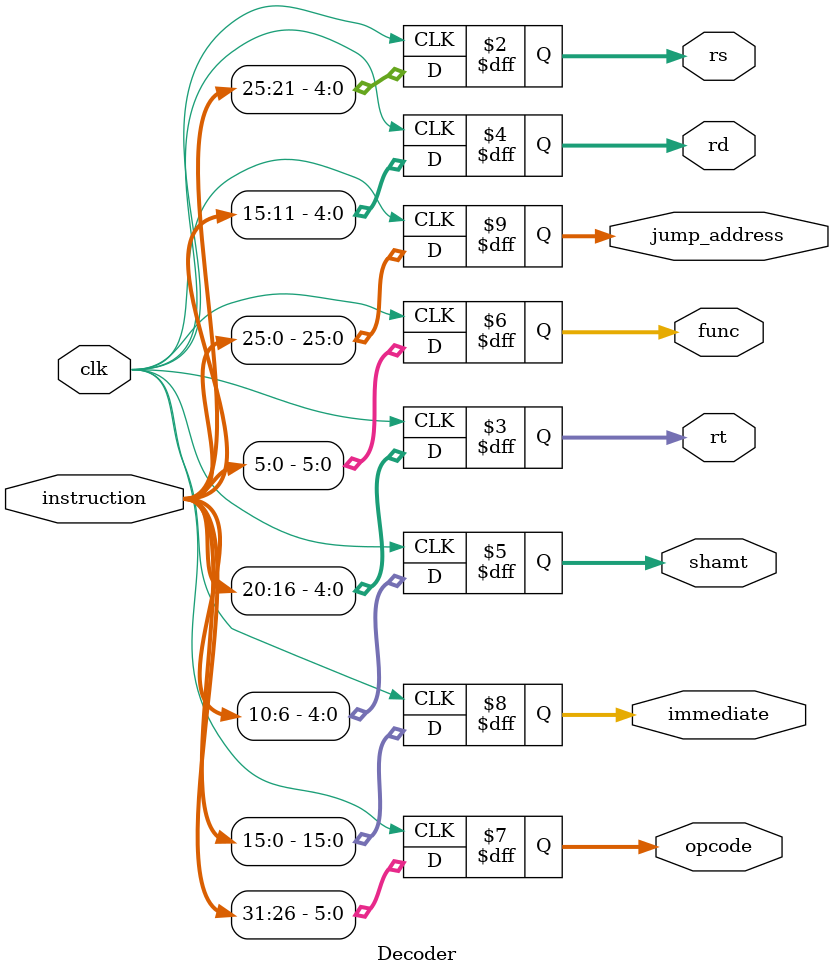
<source format=v>
`timescale 1ns / 1ps
module Decoder(
    input [31:0] instruction,
    output reg [4:0] rs,
    output reg[4:0] rt,
    output reg[4:0] rd,
    output reg [4:0] shamt,
    output reg[5:0] func,
    output reg[5:0] opcode,
    output reg[15:0] immediate,
    output reg[25:0] jump_address,input clk
);

 
always@(posedge clk)
begin // Assign the fields based on the instruction format
    rs <= instruction[25:21];
    rt <= instruction[20:16];
     rd <= instruction[15:11];
     shamt <= instruction[10:6];
     func <= instruction[5:0];
     opcode <= instruction[31:26];
     immediate <= instruction[15:0];
     jump_address <= instruction[25:0];
end
endmodule

</source>
